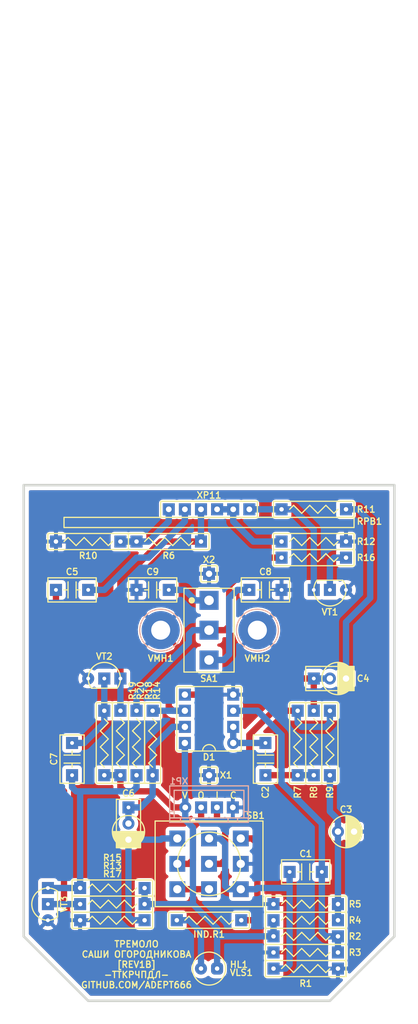
<source format=kicad_pcb>
(kicad_pcb (version 20171130) (host pcbnew 5.1.12-84ad8e8a86~92~ubuntu20.04.1)
  (title_block (title ТКП-1.25.B-1) (date 2024-12-14) (rev 1B) (company "Тремоло Саши Огородникова [REV1B]") (comment 1 http://github.com/Adept666) (comment 2 "Igor Ivanov (Игорь Иванов)") (comment 3 -ТТКРЧПДЛ-) (comment 4 "This project is licensed under GNU General Public License v3.0 or later"))
  (layers (0 F.Cu jumper) (31 B.Cu signal) (36 B.SilkS user) (37 F.SilkS user) (38 B.Mask user) (39 F.Mask user) (44 Edge.Cuts user))
  (net 0 "")
  (net 1 COM)
  (net 2 "Net-(HL1-PadC)")
  (net 3 /LED)
  (net 4 V)
  (net 5 /IN-CIR)
  (net 6 /IN-CON)
  (net 7 "Net-(SB1-PadNC1)")
  (net 8 /OUT-CIR)
  (net 9 /OUT-CON)
  (net 10 "Net-(C8-Pad1)")
  (net 11 "Net-(C9-Pad1)")
  (net 12 "Net-(C1-Pad2)")
  (net 13 "Net-(D1-Pad5)")
  (net 14 "Net-(C3-Pad+)")
  (net 15 "Net-(C4-Pad+)")
  (net 16 "Net-(C7-Pad1)")
  (net 17 "Net-(R12-Pad2)")
  (net 18 "Net-(C2-Pad1)")
  (net 19 "Net-(C2-Pad2)")
  (net 20 "Net-(C4-Pad-)")
  (net 21 "Net-(C5-Pad1)")
  (net 22 "Net-(C5-Pad2)")
  (net 23 "Net-(C6-Pad+)")
  (net 24 "Net-(C7-Pad2)")
  (net 25 "Net-(R10-Pad2)")
  (net 26 "Net-(R20-Pad1)")
  (net 27 "Net-(R11-Pad1)")
  (net 28 "Net-(R16-Pad1)")
  (net 29 "Net-(R16-Pad2)")
  (module KCL-TH-ML:CON-PAD-S-1.0-1.9 (layer F.Cu) (at 105.41 138.43)
    (fp_text reference X2 (at 0 -2.2225) (layer F.SilkS) (effects (font (thickness 0.2))))
    (fp_text value COM)
    (pad 1 thru_hole rect (at 0 0) (size 1.9 1.9) (drill 1) (layers *.Cu *.Mask) (net 1 COM))
  )
  (module KCL-TH-ML:CON-PAD-S-1.0-1.9 (layer F.Cu) (at 105.41 170.18)
    (fp_text reference X1 (at 1.5875 0) (layer F.SilkS) (effects (font (thickness 0.2)) (justify left)))
    (fp_text value COM)
    (pad 1 thru_hole rect (at 0 0) (size 1.9 1.9) (drill 1) (layers *.Cu *.Mask) (net 1 COM))
  )
  (module KCL-TH-ML:SW-MTS-102-A2-3.0-PNL-6.0 (layer F.Cu) (at 105.41 147.32)
    (fp_text reference SA1 (at 0 7.62) (layer F.SilkS) (effects (font (thickness 0.2))))
    (fp_text value MTS-102-A2)
    (pad NC thru_hole rect (at 0 -4.7) (size 3 3) (drill 1.5) (layers *.Cu *.Mask) (net 11 "Net-(C9-Pad1)"))
    (pad COM thru_hole rect (at 0 0) (size 3 3) (drill 1.5) (layers *.Cu *.Mask) (net 29 "Net-(R16-Pad2)"))
    (pad NO thru_hole rect (at 0 4.7) (size 3 3) (drill 1.5) (layers *.Cu *.Mask) (net 10 "Net-(C8-Pad1)"))
  )
  (module KCL-TH-ML:VMH-STA-DA5-PNL-3.0 (layer F.Cu) (at 113.03 147.32)
    (fp_text reference VMH2 (at 0 4.445) (layer F.SilkS) (effects (font (thickness 0.2))))
    (fp_text value DI5M3x18)
    (pad 0 thru_hole circle (at 0 0) (size 6 6) (drill 3) (layers *.Cu *.Mask) (net 1 COM))
  )
  (module KCL-TH-ML:VMH-STA-DA5-PNL-3.0 (layer F.Cu) (at 97.79 147.32)
    (fp_text reference VMH1 (at 0 4.445) (layer F.SilkS) (effects (font (thickness 0.2))))
    (fp_text value DI5M3x18)
    (pad 0 thru_hole circle (at 0 0) (size 6 6) (drill 3) (layers *.Cu *.Mask) (net 1 COM))
  )
  (module KCL-TH-ML:LED-ROUND-05.0-UNI-SH-SPACER-PNL-5.3 (layer F.Cu) (at 105.41 200.66)
    (fp_text reference HL1 (at 3.175 -0.635) (layer F.SilkS) (effects (font (thickness 0.2)) (justify left)))
    (fp_text value FYL-5013URC)
    (pad C thru_hole circle (at -1.27 0) (size 1.9 1.9) (drill 0.7) (layers *.Cu *.Mask) (net 2 "Net-(HL1-PadC)"))
    (pad A thru_hole roundrect (at 1.27 0) (size 1.9 1.9) (drill 0.7) (layers *.Cu *.Mask) (roundrect_rratio 0.3) (net 4 V))
  )
  (module KCL-VIRTUAL:VLS-BR (layer F.Cu) (at 105.41 200.66)
    (fp_text reference VLS1 (at 3.175 0.635) (layer F.SilkS) (effects (font (thickness 0.2)) (justify left)))
    (fp_text value BR-12.7)
  )
  (module SBEL:1590N1_A1 (layer F.Cu) (at 105.41 148.59)
    (fp_text reference VE1 hide)
    (fp_text value 1590N1 hide)
  )
  (module KCL-TH-ML:SW-PBS-24-302SP-2.5-PNL-13.0 (layer F.Cu) (at 105.41 184.15)
    (fp_text reference SB1 (at 8.89 -7.62) (layer F.SilkS) (effects (font (thickness 0.2)) (justify right)))
    (fp_text value PBS-24-302SP)
    (pad COM3 thru_hole rect (at 5 0) (size 2.5 2.5) (drill 1.3) (layers *.Cu *.Mask) (net 1 COM))
    (pad NC3 thru_hole rect (at 5 4) (size 2.5 2.5) (drill 1.3) (layers *.Cu *.Mask) (net 5 /IN-CIR))
    (pad NO3 thru_hole rect (at 5 -4) (size 2.5 2.5) (drill 1.3) (layers *.Cu *.Mask) (net 3 /LED))
    (pad COM2 thru_hole rect (at 0 0) (size 2.5 2.5) (drill 1.3) (layers *.Cu *.Mask) (net 6 /IN-CON))
    (pad NC2 thru_hole rect (at 0 4) (size 2.5 2.5) (drill 1.3) (layers *.Cu *.Mask) (net 7 "Net-(SB1-PadNC1)"))
    (pad NO2 thru_hole rect (at 0 -4) (size 2.5 2.5) (drill 1.3) (layers *.Cu *.Mask) (net 5 /IN-CIR))
    (pad NO1 thru_hole rect (at -5 -4) (size 2.5 2.5) (drill 1.3) (layers *.Cu *.Mask) (net 8 /OUT-CIR))
    (pad COM1 thru_hole rect (at -5 0) (size 2.5 2.5) (drill 1.3) (layers *.Cu *.Mask) (net 9 /OUT-CON))
    (pad NC1 thru_hole rect (at -5 4) (size 2.5 2.5) (drill 1.3) (layers *.Cu *.Mask) (net 7 "Net-(SB1-PadNC1)"))
  )
  (module KCL-TH-ML:R-MFR-25 (layer F.Cu) (at 121.92 128.27)
    (fp_text reference R11 (at 6.6675 0) (layer F.SilkS) (effects (font (thickness 0.2)) (justify left)))
    (fp_text value 103)
    (pad 2 thru_hole rect (at 5.08 0) (size 1.9 1.9) (drill 0.7) (layers *.Cu *.Mask) (net 20 "Net-(C4-Pad-)"))
    (pad 1 thru_hole rect (at -5.08 0) (size 1.9 1.9) (drill 0.7) (layers *.Cu *.Mask) (net 27 "Net-(R11-Pad1)"))
  )
  (module SBKCL-TH-ML:C-DISK-D04.2-T03.0-P05.08-d0.5-OR-CP-RADIAL-D05.0-P02.0-CLS (layer F.Cu) (at 124.46 154.94)
    (fp_text reference C4 (at 4.1275 0) (layer F.SilkS) (effects (font (thickness 0.2)) (justify left)))
    (fp_text value 475)
    (pad - thru_hole rect (at 2.54 0) (size 1.9 1.9) (drill 1) (layers *.Cu *.Mask) (net 20 "Net-(C4-Pad-)"))
    (pad + thru_hole circle (at 0 0) (size 1.9 1.9) (drill 1) (layers *.Cu *.Mask) (net 15 "Net-(C4-Pad+)"))
    (pad + thru_hole rect (at -2.54 0) (size 1.9 1.9) (drill 0.6) (layers *.Cu *.Mask) (net 15 "Net-(C4-Pad+)"))
  )
  (module KCL-TH-ML:R-MFR-25 (layer F.Cu) (at 120.65 200.66 180)
    (fp_text reference R1 (at 0 -2.3495) (layer F.SilkS) (effects (font (thickness 0.2))))
    (fp_text value 225)
    (pad 1 thru_hole rect (at -5.08 0 180) (size 1.9 1.9) (drill 0.7) (layers *.Cu *.Mask) (net 1 COM))
    (pad 2 thru_hole rect (at 5.08 0 180) (size 1.9 1.9) (drill 0.7) (layers *.Cu *.Mask) (net 5 /IN-CIR))
  )
  (module SBKCL-VIRTUAL:XB-1590N1 (layer F.Cu) (at 105.41 90.17)
    (fp_text reference XB1 hide)
    (fp_text value "1590N1 Connector Board" hide)
  )
  (module KCL-TH-ML:CON-XH-B4B-A (layer B.Cu) (at 105.41 175.26)
    (fp_text reference XP1 (at -6.35 -4.1275) (layer B.SilkS) (effects (font (thickness 0.2)) (justify right mirror)))
    (fp_text value B4B-XH-A)
    (pad 1 thru_hole circle (at -3.75 0) (size 1.9 1.9) (drill 0.9) (layers *.Cu *.Mask) (net 4 V))
    (pad 2 thru_hole rect (at -1.25 0) (size 1.9 1.9) (drill 0.9) (layers *.Cu *.Mask) (net 9 /OUT-CON))
    (pad 3 thru_hole rect (at 1.25 0) (size 1.9 1.9) (drill 0.9) (layers *.Cu *.Mask) (net 6 /IN-CON))
    (pad 4 thru_hole rect (at 3.75 0) (size 1.9 1.9) (drill 0.9) (layers *.Cu *.Mask) (net 1 COM))
  )
  (module SBKCL-TH-ML:C-DISK-D04.2-T03.0-P05.08-d0.5-OR-CP-RADIAL-D05.0-P02.0-CLS (layer F.Cu) (at 92.71 177.8 270)
    (fp_text reference C6 (at -4.7625 0) (layer F.SilkS) (effects (font (thickness 0.2))))
    (fp_text value 105)
    (pad + thru_hole rect (at -2.54 0 270) (size 1.9 1.9) (drill 0.6) (layers *.Cu *.Mask) (net 23 "Net-(C6-Pad+)"))
    (pad + thru_hole circle (at 0 0 270) (size 1.9 1.9) (drill 1) (layers *.Cu *.Mask) (net 23 "Net-(C6-Pad+)"))
    (pad - thru_hole rect (at 2.54 0 270) (size 1.9 1.9) (drill 1) (layers *.Cu *.Mask) (net 8 /OUT-CIR))
  )
  (module SBKCL-TH-ML:RPB-1590N1-18-2x17-1.6-PNL-7.4-2.8 (layer F.Cu) (at 105.41 117.04)
    (fp_text reference RPB1 (at 23.1775 13.135) (layer F.SilkS) (effects (font (thickness 0.2)) (justify left)))
    (fp_text value A100K-A100K)
    (fp_text user XP11 (at 0 9.0075) (layer F.SilkS) (effects (font (thickness 0.2))))
    (pad 23 thru_hole rect (at 1.27 11.23) (size 1.9 1.9) (drill 0.9) (layers *.Cu *.Mask) (net 17 "Net-(R12-Pad2)"))
    (pad 13 thru_hole rect (at -6.35 11.23) (size 1.9 1.9) (drill 0.9) (layers *.Cu *.Mask) (net 25 "Net-(R10-Pad2)"))
    (pad 11 thru_hole rect (at -1.27 11.23) (size 1.9 1.9) (drill 0.9) (layers *.Cu *.Mask) (net 26 "Net-(R20-Pad1)"))
    (pad 12 thru_hole rect (at -3.81 11.23) (size 1.9 1.9) (drill 0.9) (layers *.Cu *.Mask) (net 21 "Net-(C5-Pad1)"))
    (pad 22 thru_hole rect (at 3.81 11.23) (size 1.9 1.9) (drill 0.9) (layers *.Cu *.Mask) (net 17 "Net-(R12-Pad2)"))
    (pad 21 thru_hole rect (at 6.35 11.23) (size 1.9 1.9) (drill 0.9) (layers *.Cu *.Mask) (net 27 "Net-(R11-Pad1)"))
  )
  (module KCL-TH-ML:P-TO-92-E-B-C (layer F.Cu) (at 80.01 190.5 90)
    (fp_text reference VT3 (at 0 2.54 90) (layer F.SilkS) (effects (font (thickness 0.2))))
    (fp_text value 5088)
    (pad E thru_hole circle (at -2.54 0 90) (size 1.9 1.9) (drill 0.6) (layers *.Cu *.Mask) (net 1 COM))
    (pad B thru_hole rect (at 0 0 90) (size 1.9 1.9) (drill 0.6) (layers *.Cu *.Mask) (net 22 "Net-(C5-Pad2)"))
    (pad C thru_hole rect (at 2.54 0 90) (size 1.9 1.9) (drill 0.6) (layers *.Cu *.Mask) (net 16 "Net-(C7-Pad1)"))
  )
  (module KCL-TH-ML:P-TO-92-E-B-C (layer F.Cu) (at 88.9 154.94)
    (fp_text reference VT2 (at 0 -3.4925) (layer F.SilkS) (effects (font (thickness 0.2))))
    (fp_text value 5088)
    (pad E thru_hole circle (at -2.54 0) (size 1.9 1.9) (drill 0.6) (layers *.Cu *.Mask) (net 1 COM))
    (pad B thru_hole rect (at 0 0) (size 1.9 1.9) (drill 0.6) (layers *.Cu *.Mask) (net 24 "Net-(C7-Pad2)"))
    (pad C thru_hole rect (at 2.54 0) (size 1.9 1.9) (drill 0.6) (layers *.Cu *.Mask) (net 26 "Net-(R20-Pad1)"))
  )
  (module KCL-TH-ML:P-TO-92-E-B-C (layer F.Cu) (at 124.46 140.97 180)
    (fp_text reference VT1 (at 0 -3.4925) (layer F.SilkS) (effects (font (thickness 0.2))))
    (fp_text value 5088)
    (pad E thru_hole circle (at -2.54 0 180) (size 1.9 1.9) (drill 0.6) (layers *.Cu *.Mask) (net 1 COM))
    (pad B thru_hole rect (at 0 0 180) (size 1.9 1.9) (drill 0.6) (layers *.Cu *.Mask) (net 28 "Net-(R16-Pad1)"))
    (pad C thru_hole rect (at 2.54 0 180) (size 1.9 1.9) (drill 0.6) (layers *.Cu *.Mask) (net 27 "Net-(R11-Pad1)"))
  )
  (module KCL-TH-ML:R-MFR-25 (layer F.Cu) (at 119.38 165.1 90)
    (fp_text reference R7 (at -6.6675 0 90) (layer F.SilkS) (effects (font (thickness 0.2)) (justify right)))
    (fp_text value 473)
    (pad 2 thru_hole rect (at 5.08 0 90) (size 1.9 1.9) (drill 0.7) (layers *.Cu *.Mask) (net 13 "Net-(D1-Pad5)"))
    (pad 1 thru_hole rect (at -5.08 0 90) (size 1.9 1.9) (drill 0.7) (layers *.Cu *.Mask) (net 19 "Net-(C2-Pad2)"))
  )
  (module KCL-TH-ML:R-MFR-25 (layer F.Cu) (at 90.17 193.04)
    (fp_text reference R17 (at 0 -7.3025) (layer F.SilkS) (effects (font (thickness 0.2))))
    (fp_text value 473)
    (pad 1 thru_hole rect (at -5.08 0) (size 1.9 1.9) (drill 0.7) (layers *.Cu *.Mask) (net 1 COM))
    (pad 2 thru_hole rect (at 5.08 0) (size 1.9 1.9) (drill 0.7) (layers *.Cu *.Mask) (net 8 /OUT-CIR))
  )
  (module KCL-TH-ML:R-MFR-25 (layer F.Cu) (at 120.65 190.5)
    (fp_text reference R5 (at 6.6675 0) (layer F.SilkS) (effects (font (thickness 0.2)) (justify left)))
    (fp_text value 303)
    (pad 1 thru_hole rect (at -5.08 0) (size 1.9 1.9) (drill 0.7) (layers *.Cu *.Mask) (net 1 COM))
    (pad 2 thru_hole rect (at 5.08 0) (size 1.9 1.9) (drill 0.7) (layers *.Cu *.Mask) (net 14 "Net-(C3-Pad+)"))
  )
  (module KCL-TH-ML:R-MFR-25 (layer F.Cu) (at 120.65 193.04 180)
    (fp_text reference R4 (at -6.6675 0) (layer F.SilkS) (effects (font (thickness 0.2)) (justify left)))
    (fp_text value 273)
    (pad 1 thru_hole rect (at -5.08 0 180) (size 1.9 1.9) (drill 0.7) (layers *.Cu *.Mask) (net 14 "Net-(C3-Pad+)"))
    (pad 2 thru_hole rect (at 5.08 0 180) (size 1.9 1.9) (drill 0.7) (layers *.Cu *.Mask) (net 4 V))
  )
  (module KCL-TH-ML:R-MFR-25 (layer F.Cu) (at 124.46 165.1 90)
    (fp_text reference R9 (at -6.6675 0 90) (layer F.SilkS) (effects (font (thickness 0.2)) (justify right)))
    (fp_text value 393)
    (pad 1 thru_hole rect (at -5.08 0 90) (size 1.9 1.9) (drill 0.7) (layers *.Cu *.Mask) (net 14 "Net-(C3-Pad+)"))
    (pad 2 thru_hole rect (at 5.08 0 90) (size 1.9 1.9) (drill 0.7) (layers *.Cu *.Mask) (net 13 "Net-(D1-Pad5)"))
  )
  (module KCL-TH-ML:R-MFR-25 (layer F.Cu) (at 121.92 165.1 90)
    (fp_text reference R8 (at -6.6675 0 90) (layer F.SilkS) (effects (font (thickness 0.2)) (justify right)))
    (fp_text value 303)
    (pad 2 thru_hole rect (at 5.08 0 90) (size 1.9 1.9) (drill 0.7) (layers *.Cu *.Mask) (net 15 "Net-(C4-Pad+)"))
    (pad 1 thru_hole rect (at -5.08 0 90) (size 1.9 1.9) (drill 0.7) (layers *.Cu *.Mask) (net 19 "Net-(C2-Pad2)"))
  )
  (module KCL-TH-ML:CP-RADIAL-D05.0-P02.0-CLS (layer F.Cu) (at 127 179.07)
    (fp_text reference C3 (at 0 -3.4925) (layer F.SilkS) (effects (font (thickness 0.2))))
    (fp_text value 226)
    (pad + thru_hole circle (at -1.27 0) (size 1.9 1.9) (drill 1) (layers *.Cu *.Mask) (net 14 "Net-(C3-Pad+)"))
    (pad - thru_hole roundrect (at 1.27 0) (size 1.9 1.9) (drill 1) (layers *.Cu *.Mask) (roundrect_rratio 0.3) (net 1 COM))
  )
  (module KCL-TH-ML:R-MFR-25 (layer F.Cu) (at 99.06 133.35)
    (fp_text reference R6 (at 0 2.2225) (layer F.SilkS) (effects (font (thickness 0.2))))
    (fp_text value 683)
    (pad 2 thru_hole rect (at 5.08 0) (size 1.9 1.9) (drill 0.7) (layers *.Cu *.Mask) (net 26 "Net-(R20-Pad1)"))
    (pad 1 thru_hole rect (at -5.08 0) (size 1.9 1.9) (drill 0.7) (layers *.Cu *.Mask) (net 25 "Net-(R10-Pad2)"))
  )
  (module KCL-TH-ML:R-MFR-25 (layer F.Cu) (at 86.36 133.35)
    (fp_text reference R10 (at 0 2.2225) (layer F.SilkS) (effects (font (thickness 0.2))))
    (fp_text value 112)
    (pad 1 thru_hole rect (at -5.08 0) (size 1.9 1.9) (drill 0.7) (layers *.Cu *.Mask) (net 1 COM))
    (pad 2 thru_hole rect (at 5.08 0) (size 1.9 1.9) (drill 0.7) (layers *.Cu *.Mask) (net 25 "Net-(R10-Pad2)"))
  )
  (module KCL-TH-ML:R-MFR-25 (layer F.Cu) (at 121.92 133.35 180)
    (fp_text reference R12 (at -6.6675 0) (layer F.SilkS) (effects (font (thickness 0.2)) (justify left)))
    (fp_text value 103)
    (pad 1 thru_hole rect (at -5.08 0 180) (size 1.9 1.9) (drill 0.7) (layers *.Cu *.Mask) (net 1 COM))
    (pad 2 thru_hole rect (at 5.08 0 180) (size 1.9 1.9) (drill 0.7) (layers *.Cu *.Mask) (net 17 "Net-(R12-Pad2)"))
  )
  (module KCL-TH-ML:R-MFR-25 (layer F.Cu) (at 120.65 195.58 180)
    (fp_text reference R2 (at -6.6675 0) (layer F.SilkS) (effects (font (thickness 0.2)) (justify left)))
    (fp_text value 105)
    (pad 1 thru_hole rect (at -5.08 0 180) (size 1.9 1.9) (drill 0.7) (layers *.Cu *.Mask) (net 12 "Net-(C1-Pad2)"))
    (pad 2 thru_hole rect (at 5.08 0 180) (size 1.9 1.9) (drill 0.7) (layers *.Cu *.Mask) (net 4 V))
  )
  (module KCL-TH-ML:R-MFR-25 (layer F.Cu) (at 120.65 198.12)
    (fp_text reference R3 (at 6.6675 0) (layer F.SilkS) (effects (font (thickness 0.2)) (justify left)))
    (fp_text value 105)
    (pad 1 thru_hole rect (at -5.08 0) (size 1.9 1.9) (drill 0.7) (layers *.Cu *.Mask) (net 1 COM))
    (pad 2 thru_hole rect (at 5.08 0) (size 1.9 1.9) (drill 0.7) (layers *.Cu *.Mask) (net 12 "Net-(C1-Pad2)"))
  )
  (module KCL-TH-ML:P-DIP-08 (layer F.Cu) (at 105.41 161.29 180)
    (fp_text reference D1 (at 0 -6.0325) (layer F.SilkS) (effects (font (thickness 0.2))))
    (fp_text value 4558)
    (pad 8 thru_hole rect (at 3.81 -3.81 180) (size 1.9 1.9) (drill 1) (layers *.Cu *.Mask) (net 4 V))
    (pad 7 thru_hole rect (at 3.81 -1.27 180) (size 1.9 1.9) (drill 1) (layers *.Cu *.Mask) (net 23 "Net-(C6-Pad+)"))
    (pad 6 thru_hole rect (at 3.81 1.27 180) (size 1.9 1.9) (drill 1) (layers *.Cu *.Mask) (net 15 "Net-(C4-Pad+)"))
    (pad 5 thru_hole rect (at 3.81 3.81 180) (size 1.9 1.9) (drill 1) (layers *.Cu *.Mask) (net 13 "Net-(D1-Pad5)"))
    (pad 4 thru_hole rect (at -3.81 3.81 180) (size 1.9 1.9) (drill 1) (layers *.Cu *.Mask) (net 1 COM))
    (pad 3 thru_hole rect (at -3.81 1.27 180) (size 1.9 1.9) (drill 1) (layers *.Cu *.Mask) (net 12 "Net-(C1-Pad2)"))
    (pad 2 thru_hole rect (at -3.81 -1.27 180) (size 1.9 1.9) (drill 1) (layers *.Cu *.Mask) (net 18 "Net-(C2-Pad1)"))
    (pad 1 thru_hole circle (at -3.81 -3.81 180) (size 1.9 1.9) (drill 1) (layers *.Cu *.Mask) (net 18 "Net-(C2-Pad1)"))
  )
  (module KCL-TH-ML:C-DISK-D04.2-T03.0-P05.08-d0.5 (layer F.Cu) (at 114.3 167.64 270)
    (fp_text reference C2 (at 4.1275 0 90) (layer F.SilkS) (effects (font (thickness 0.2)) (justify right)))
    (fp_text value 104)
    (pad 2 thru_hole rect (at 2.54 0 270) (size 1.9 1.9) (drill 0.6) (layers *.Cu *.Mask) (net 19 "Net-(C2-Pad2)"))
    (pad 1 thru_hole rect (at -2.54 0 270) (size 1.9 1.9) (drill 0.6) (layers *.Cu *.Mask) (net 18 "Net-(C2-Pad1)"))
  )
  (module KCL-TH-ML:C-DISK-D04.2-T03.0-P05.08-d0.5 (layer F.Cu) (at 120.65 185.42)
    (fp_text reference C1 (at 0 -2.8575) (layer F.SilkS) (effects (font (thickness 0.2))))
    (fp_text value 104)
    (pad 1 thru_hole rect (at -2.54 0) (size 1.9 1.9) (drill 0.6) (layers *.Cu *.Mask) (net 5 /IN-CIR))
    (pad 2 thru_hole rect (at 2.54 0) (size 1.9 1.9) (drill 0.6) (layers *.Cu *.Mask) (net 12 "Net-(C1-Pad2)"))
  )
  (module KCL-TH-ML:R-MFR-25 (layer F.Cu) (at 121.92 135.89 180)
    (fp_text reference R16 (at -6.6675 0) (layer F.SilkS) (effects (font (thickness 0.2)) (justify left)))
    (fp_text value 204)
    (pad 1 thru_hole rect (at -5.08 0 180) (size 1.9 1.9) (drill 0.7) (layers *.Cu *.Mask) (net 28 "Net-(R16-Pad1)"))
    (pad 2 thru_hole rect (at 5.08 0 180) (size 1.9 1.9) (drill 0.7) (layers *.Cu *.Mask) (net 29 "Net-(R16-Pad2)"))
  )
  (module KCL-TH-ML:C-DISK-D04.2-T03.0-P05.08-d0.5 (layer F.Cu) (at 114.3 140.97)
    (fp_text reference C8 (at 0 -2.8575) (layer F.SilkS) (effects (font (thickness 0.2))))
    (fp_text value 224)
    (pad 2 thru_hole rect (at 2.54 0) (size 1.9 1.9) (drill 0.6) (layers *.Cu *.Mask) (net 1 COM))
    (pad 1 thru_hole rect (at -2.54 0) (size 1.9 1.9) (drill 0.6) (layers *.Cu *.Mask) (net 10 "Net-(C8-Pad1)"))
  )
  (module KCL-TH-ML:C-DISK-D04.2-T03.0-P05.08-d0.5 (layer F.Cu) (at 96.52 140.97 180)
    (fp_text reference C9 (at 0 2.8575) (layer F.SilkS) (effects (font (thickness 0.2))))
    (fp_text value 223)
    (pad 2 thru_hole rect (at 2.54 0 180) (size 1.9 1.9) (drill 0.6) (layers *.Cu *.Mask) (net 1 COM))
    (pad 1 thru_hole rect (at -2.54 0 180) (size 1.9 1.9) (drill 0.6) (layers *.Cu *.Mask) (net 11 "Net-(C9-Pad1)"))
  )
  (module KCL-TH-ML:R-MFR-25 (layer F.Cu) (at 90.17 190.5)
    (fp_text reference R13 (at 0 -6.0325) (layer F.SilkS) (effects (font (thickness 0.2))))
    (fp_text value 225)
    (pad 2 thru_hole rect (at 5.08 0) (size 1.9 1.9) (drill 0.7) (layers *.Cu *.Mask) (net 4 V))
    (pad 1 thru_hole rect (at -5.08 0) (size 1.9 1.9) (drill 0.7) (layers *.Cu *.Mask) (net 22 "Net-(C5-Pad2)"))
  )
  (module KCL-TH-ML:R-MFR-25 (layer F.Cu) (at 90.17 187.96)
    (fp_text reference R15 (at 0 -4.7625) (layer F.SilkS) (effects (font (thickness 0.2))))
    (fp_text value 473)
    (pad 2 thru_hole rect (at 5.08 0) (size 1.9 1.9) (drill 0.7) (layers *.Cu *.Mask) (net 4 V))
    (pad 1 thru_hole rect (at -5.08 0) (size 1.9 1.9) (drill 0.7) (layers *.Cu *.Mask) (net 16 "Net-(C7-Pad1)"))
  )
  (module KCL-TH-ML:R-MFR-25 (layer F.Cu) (at 91.44 165.1 270)
    (fp_text reference R20 (at -6.6675 -3.175 90) (layer F.SilkS) (effects (font (thickness 0.2)) (justify left)))
    (fp_text value 473)
    (pad 1 thru_hole rect (at -5.08 0 270) (size 1.9 1.9) (drill 0.7) (layers *.Cu *.Mask) (net 26 "Net-(R20-Pad1)"))
    (pad 2 thru_hole rect (at 5.08 0 270) (size 1.9 1.9) (drill 0.7) (layers *.Cu *.Mask) (net 4 V))
  )
  (module KCL-TH-ML:R-MFR-25 (layer F.Cu) (at 88.9 165.1 270)
    (fp_text reference R19 (at -6.6675 -4.445 90) (layer F.SilkS) (effects (font (thickness 0.2)) (justify left)))
    (fp_text value 334)
    (pad 1 thru_hole rect (at -5.08 0 270) (size 1.9 1.9) (drill 0.7) (layers *.Cu *.Mask) (net 24 "Net-(C7-Pad2)"))
    (pad 2 thru_hole rect (at 5.08 0 270) (size 1.9 1.9) (drill 0.7) (layers *.Cu *.Mask) (net 4 V))
  )
  (module KCL-TH-ML:R-MFR-25 (layer F.Cu) (at 93.98 165.1 90)
    (fp_text reference R18 (at 6.6675 1.905 90) (layer F.SilkS) (effects (font (thickness 0.2)) (justify left)))
    (fp_text value 204)
    (pad 2 thru_hole rect (at 5.08 0 90) (size 1.9 1.9) (drill 0.7) (layers *.Cu *.Mask) (net 29 "Net-(R16-Pad2)"))
    (pad 1 thru_hole rect (at -5.08 0 90) (size 1.9 1.9) (drill 0.7) (layers *.Cu *.Mask) (net 16 "Net-(C7-Pad1)"))
  )
  (module KCL-TH-ML:C-DISK-D04.2-T03.0-P05.08-d0.5 (layer F.Cu) (at 83.82 140.97 180)
    (fp_text reference C5 (at 0 2.8575) (layer F.SilkS) (effects (font (thickness 0.2))))
    (fp_text value 474)
    (pad 2 thru_hole rect (at 2.54 0 180) (size 1.9 1.9) (drill 0.6) (layers *.Cu *.Mask) (net 22 "Net-(C5-Pad2)"))
    (pad 1 thru_hole rect (at -2.54 0 180) (size 1.9 1.9) (drill 0.6) (layers *.Cu *.Mask) (net 21 "Net-(C5-Pad1)"))
  )
  (module KCL-TH-ML:C-DISK-D04.2-T03.0-P05.08-d0.5 (layer F.Cu) (at 83.82 167.64 90)
    (fp_text reference C7 (at 0 -2.8575 90) (layer F.SilkS) (effects (font (thickness 0.2))))
    (fp_text value 474)
    (pad 1 thru_hole rect (at -2.54 0 90) (size 1.9 1.9) (drill 0.6) (layers *.Cu *.Mask) (net 16 "Net-(C7-Pad1)"))
    (pad 2 thru_hole rect (at 2.54 0 90) (size 1.9 1.9) (drill 0.6) (layers *.Cu *.Mask) (net 24 "Net-(C7-Pad2)"))
  )
  (module KCL-TH-ML:R-MFR-25 (layer F.Cu) (at 105.41 193.04 180)
    (fp_text reference IND.R1 (at 0 -2.2225) (layer F.SilkS) (effects (font (thickness 0.2))))
    (fp_text value 472)
    (pad 2 thru_hole rect (at 5.08 0 180) (size 1.9 1.9) (drill 0.7) (layers *.Cu *.Mask) (net 2 "Net-(HL1-PadC)"))
    (pad 1 thru_hole rect (at -5.08 0 180) (size 1.9 1.9) (drill 0.7) (layers *.Cu *.Mask) (net 3 /LED))
  )
  (module KCL-TH-ML:R-MFR-25 (layer F.Cu) (at 96.52 165.1 270)
    (fp_text reference R14 (at -6.6675 -0.635 90) (layer F.SilkS) (effects (font (thickness 0.2)) (justify left)))
    (fp_text value 333)
    (pad 2 thru_hole rect (at 5.08 0 270) (size 1.9 1.9) (drill 0.7) (layers *.Cu *.Mask) (net 23 "Net-(C6-Pad+)"))
    (pad 1 thru_hole rect (at -5.08 0 270) (size 1.9 1.9) (drill 0.7) (layers *.Cu *.Mask) (net 15 "Net-(C4-Pad+)"))
  )
  (gr_text C (at 109.22 173.355) (layer F.SilkS) (effects (font (size 1 1) (thickness 0.2))))
  (gr_text I (at 106.68 173.355) (layer F.SilkS) (effects (font (size 1 1) (thickness 0.2))))
  (gr_text O (at 104.14 173.355) (layer F.SilkS) (effects (font (size 1 1) (thickness 0.2))))
  (gr_text V (at 101.6 173.355) (layer F.SilkS) (effects (font (size 1 1) (thickness 0.2))))
  (gr_text "ТРЕМОЛО\nСАШИ ОГОРОДНИКОВА\n[REV1B]\n-ТТКРЧПДЛ-\nGITHUB.COM/ADEPT666" (at 93.98 200.025) (layer F.SilkS) (effects (font (size 1 1) (thickness 0.2))))
  (gr_line (start 124.46 205.74) (end 134.62 195.58) (layer Edge.Cuts) (width 0.4))
  (gr_line (start 76.2 195.58) (end 86.36 205.74) (layer Edge.Cuts) (width 0.4))
  (gr_line (start 76.2 124.46) (end 134.62 124.46) (layer Edge.Cuts) (width 0.4))
  (gr_line (start 134.62 124.46) (end 134.62 195.58) (layer Edge.Cuts) (width 0.4))
  (gr_line (start 76.2 124.46) (end 76.2 195.58) (layer Edge.Cuts) (width 0.4))
  (gr_line (start 86.36 205.74) (end 124.46 205.74) (layer Edge.Cuts) (width 0.4))
  (segment (start 100.33 193.04) (end 102.235 193.04) (width 1) (layer B.Cu) (net 2))
  (segment (start 102.235 193.04) (end 104.14 194.945) (width 1) (layer B.Cu) (net 2))
  (segment (start 104.14 194.945) (end 104.14 200.66) (width 1) (layer B.Cu) (net 2))
  (segment (start 110.41 180.15) (end 112.205 180.15) (width 1) (layer F.Cu) (net 3))
  (segment (start 112.205 180.15) (end 113.03 180.975) (width 1) (layer F.Cu) (net 3))
  (segment (start 113.03 180.975) (end 113.03 192.405) (width 1) (layer F.Cu) (net 3))
  (segment (start 112.395 193.04) (end 113.03 192.405) (width 1) (layer F.Cu) (net 3))
  (segment (start 110.49 193.04) (end 112.395 193.04) (width 1) (layer F.Cu) (net 3))
  (segment (start 88.9 170.18) (end 91.44 170.18) (width 1) (layer B.Cu) (net 4))
  (segment (start 101.6 173.355) (end 101.6 165.1) (width 1) (layer B.Cu) (net 4))
  (segment (start 101.66 173.415) (end 101.6 173.355) (width 1) (layer B.Cu) (net 4))
  (segment (start 101.66 175.26) (end 101.66 173.415) (width 1) (layer B.Cu) (net 4))
  (segment (start 91.44 172.085) (end 91.44 170.18) (width 1) (layer F.Cu) (net 4))
  (segment (start 92.075 172.72) (end 91.44 172.085) (width 1) (layer F.Cu) (net 4))
  (segment (start 97.155 172.72) (end 92.075 172.72) (width 1) (layer F.Cu) (net 4))
  (segment (start 99.695 175.26) (end 97.155 172.72) (width 1) (layer F.Cu) (net 4))
  (segment (start 101.66 175.26) (end 99.695 175.26) (width 1) (layer F.Cu) (net 4))
  (segment (start 95.25 187.96) (end 95.25 190.5) (width 1) (layer B.Cu) (net 4))
  (segment (start 95.25 190.5) (end 102.87 190.5) (width 1) (layer B.Cu) (net 4))
  (segment (start 101.66 175.26) (end 101.66 177.225) (width 1) (layer B.Cu) (net 4))
  (segment (start 101.66 177.225) (end 102.87 178.435) (width 1) (layer B.Cu) (net 4))
  (segment (start 102.87 178.435) (end 102.87 190.5) (width 1) (layer B.Cu) (net 4))
  (segment (start 102.87 190.5) (end 106.68 194.31) (width 1) (layer B.Cu) (net 4))
  (segment (start 106.68 194.31) (end 106.68 195.58) (width 1) (layer B.Cu) (net 4))
  (segment (start 106.68 195.58) (end 106.68 200.66) (width 1) (layer B.Cu) (net 4))
  (segment (start 115.57 193.04) (end 115.57 195.58) (width 1) (layer B.Cu) (net 4))
  (segment (start 106.68 195.58) (end 115.57 195.58) (width 1) (layer B.Cu) (net 4))
  (segment (start 112.84 188.15) (end 110.41 188.15) (width 1) (layer B.Cu) (net 5))
  (segment (start 118.11 187.96) (end 113.03 187.96) (width 1) (layer B.Cu) (net 5))
  (segment (start 113.03 187.96) (end 112.84 188.15) (width 1) (layer B.Cu) (net 5))
  (segment (start 118.11 185.42) (end 118.11 187.96) (width 1) (layer B.Cu) (net 5))
  (segment (start 107.125 180.15) (end 105.41 180.15) (width 1) (layer B.Cu) (net 5))
  (segment (start 107.95 180.975) (end 107.125 180.15) (width 1) (layer B.Cu) (net 5))
  (segment (start 107.95 187.6425) (end 107.95 180.975) (width 1) (layer B.Cu) (net 5))
  (segment (start 108.4575 188.15) (end 107.95 187.6425) (width 1) (layer B.Cu) (net 5))
  (segment (start 110.41 188.15) (end 108.4575 188.15) (width 1) (layer B.Cu) (net 5))
  (segment (start 117.475 200.66) (end 118.11 200.025) (width 1) (layer B.Cu) (net 5))
  (segment (start 118.11 187.96) (end 118.11 200.025) (width 1) (layer B.Cu) (net 5))
  (segment (start 117.475 200.66) (end 115.57 200.66) (width 1) (layer B.Cu) (net 5))
  (segment (start 105.41 184.15) (end 107.315 184.15) (width 1) (layer F.Cu) (net 6))
  (segment (start 107.315 184.15) (end 107.95 183.515) (width 1) (layer F.Cu) (net 6))
  (segment (start 107.95 183.515) (end 107.95 178.435) (width 1) (layer F.Cu) (net 6))
  (segment (start 106.66 177.145) (end 107.95 178.435) (width 1) (layer F.Cu) (net 6))
  (segment (start 106.66 175.26) (end 106.66 177.145) (width 1) (layer F.Cu) (net 6))
  (segment (start 100.41 188.15) (end 105.41 188.15) (width 1) (layer F.Cu) (net 7))
  (segment (start 97.98 180.15) (end 100.41 180.15) (width 1) (layer B.Cu) (net 8))
  (segment (start 97.79 180.34) (end 97.98 180.15) (width 1) (layer B.Cu) (net 8))
  (segment (start 92.71 180.34) (end 97.79 180.34) (width 1) (layer B.Cu) (net 8))
  (segment (start 92.71 192.405) (end 93.345 193.04) (width 1) (layer B.Cu) (net 8))
  (segment (start 93.345 193.04) (end 95.25 193.04) (width 1) (layer B.Cu) (net 8))
  (segment (start 92.71 180.34) (end 92.71 192.405) (width 1) (layer B.Cu) (net 8))
  (segment (start 102.235 184.15) (end 100.41 184.15) (width 1) (layer F.Cu) (net 9))
  (segment (start 102.235 184.15) (end 102.87 183.515) (width 1) (layer F.Cu) (net 9))
  (segment (start 102.87 183.515) (end 102.87 178.435) (width 1) (layer F.Cu) (net 9))
  (segment (start 104.16 177.145) (end 102.87 178.435) (width 1) (layer F.Cu) (net 9))
  (segment (start 104.16 175.26) (end 104.16 177.145) (width 1) (layer F.Cu) (net 9))
  (segment (start 105.41 152.02) (end 107.695 152.02) (width 1) (layer B.Cu) (net 10))
  (segment (start 107.695 152.02) (end 108.585 151.13) (width 1) (layer B.Cu) (net 10))
  (segment (start 109.855 140.97) (end 108.585 142.24) (width 1) (layer B.Cu) (net 10))
  (segment (start 111.76 140.97) (end 109.855 140.97) (width 1) (layer B.Cu) (net 10))
  (segment (start 108.585 142.24) (end 108.585 151.13) (width 1) (layer B.Cu) (net 10))
  (segment (start 101.6 140.97) (end 99.06 140.97) (width 1) (layer B.Cu) (net 11))
  (segment (start 103.25 142.62) (end 101.6 140.97) (width 1) (layer B.Cu) (net 11))
  (segment (start 105.41 142.62) (end 103.25 142.62) (width 1) (layer B.Cu) (net 11))
  (segment (start 123.19 177.8) (end 123.19 185.42) (width 1) (layer B.Cu) (net 12))
  (segment (start 116.84 171.45) (end 123.19 177.8) (width 1) (layer B.Cu) (net 12))
  (segment (start 116.84 163.83) (end 116.84 171.45) (width 1) (layer B.Cu) (net 12))
  (segment (start 113.03 160.02) (end 116.84 163.83) (width 1) (layer B.Cu) (net 12))
  (segment (start 109.22 160.02) (end 113.03 160.02) (width 1) (layer B.Cu) (net 12))
  (segment (start 125.73 195.58) (end 125.73 198.12) (width 1) (layer B.Cu) (net 12))
  (segment (start 123.19 185.42) (end 123.19 194.945) (width 1) (layer B.Cu) (net 12))
  (segment (start 123.19 194.945) (end 123.825 195.58) (width 1) (layer B.Cu) (net 12))
  (segment (start 123.825 195.58) (end 125.73 195.58) (width 1) (layer B.Cu) (net 12))
  (segment (start 119.38 161.925) (end 120.015 162.56) (width 1) (layer B.Cu) (net 13))
  (segment (start 119.38 160.02) (end 119.38 161.925) (width 1) (layer B.Cu) (net 13))
  (segment (start 123.825 162.56) (end 124.46 161.925) (width 1) (layer B.Cu) (net 13))
  (segment (start 120.015 162.56) (end 123.825 162.56) (width 1) (layer B.Cu) (net 13))
  (segment (start 124.46 161.925) (end 124.46 160.02) (width 1) (layer B.Cu) (net 13))
  (segment (start 115.57 160.02) (end 119.38 160.02) (width 1) (layer F.Cu) (net 13))
  (segment (start 111.76 163.83) (end 115.57 160.02) (width 1) (layer F.Cu) (net 13))
  (segment (start 111.76 166.37) (end 111.76 163.83) (width 1) (layer F.Cu) (net 13))
  (segment (start 110.49 167.64) (end 111.76 166.37) (width 1) (layer F.Cu) (net 13))
  (segment (start 107.95 167.64) (end 110.49 167.64) (width 1) (layer F.Cu) (net 13))
  (segment (start 106.68 166.37) (end 107.95 167.64) (width 1) (layer F.Cu) (net 13))
  (segment (start 106.68 160.655) (end 106.68 166.37) (width 1) (layer F.Cu) (net 13))
  (segment (start 103.505 157.48) (end 106.68 160.655) (width 1) (layer F.Cu) (net 13))
  (segment (start 101.6 157.48) (end 103.505 157.48) (width 1) (layer F.Cu) (net 13))
  (segment (start 125.73 177.165) (end 125.73 179.07) (width 1) (layer B.Cu) (net 14))
  (segment (start 124.46 175.895) (end 125.73 177.165) (width 1) (layer B.Cu) (net 14))
  (segment (start 124.46 170.18) (end 124.46 175.895) (width 1) (layer B.Cu) (net 14))
  (segment (start 125.73 179.07) (end 125.73 190.5) (width 1) (layer B.Cu) (net 14))
  (segment (start 125.73 190.5) (end 125.73 193.04) (width 1) (layer B.Cu) (net 14))
  (segment (start 121.92 154.94) (end 124.46 154.94) (width 1) (layer B.Cu) (net 15))
  (segment (start 96.52 160.02) (end 101.6 160.02) (width 1) (layer B.Cu) (net 15))
  (segment (start 99.06 156.21) (end 100.33 154.94) (width 1) (layer F.Cu) (net 15))
  (segment (start 99.06 159.385) (end 99.06 156.21) (width 1) (layer F.Cu) (net 15))
  (segment (start 99.695 160.02) (end 99.06 159.385) (width 1) (layer F.Cu) (net 15))
  (segment (start 100.33 154.94) (end 121.92 154.94) (width 1) (layer F.Cu) (net 15))
  (segment (start 101.6 160.02) (end 99.695 160.02) (width 1) (layer F.Cu) (net 15))
  (segment (start 121.92 154.94) (end 121.92 160.02) (width 1) (layer F.Cu) (net 15))
  (segment (start 93.98 172.085) (end 93.98 170.18) (width 1) (layer B.Cu) (net 16))
  (segment (start 93.345 172.72) (end 93.98 172.085) (width 1) (layer B.Cu) (net 16))
  (segment (start 85.09 172.72) (end 93.345 172.72) (width 1) (layer B.Cu) (net 16))
  (segment (start 83.82 170.18) (end 83.82 172.085) (width 1) (layer B.Cu) (net 16))
  (segment (start 83.82 172.085) (end 84.455 172.72) (width 1) (layer B.Cu) (net 16))
  (segment (start 84.455 172.72) (end 85.09 172.72) (width 1) (layer B.Cu) (net 16))
  (segment (start 80.01 187.96) (end 85.09 187.96) (width 1) (layer B.Cu) (net 16))
  (segment (start 85.09 187.96) (end 85.09 172.72) (width 1) (layer B.Cu) (net 16))
  (segment (start 106.68 128.27) (end 109.22 128.27) (width 1) (layer B.Cu) (net 17))
  (segment (start 109.22 130.175) (end 112.395 133.35) (width 1) (layer B.Cu) (net 17))
  (segment (start 109.22 128.27) (end 109.22 130.175) (width 1) (layer B.Cu) (net 17))
  (segment (start 112.395 133.35) (end 116.84 133.35) (width 1) (layer B.Cu) (net 17))
  (segment (start 109.22 162.56) (end 109.22 165.1) (width 1) (layer B.Cu) (net 18))
  (segment (start 109.22 165.1) (end 114.3 165.1) (width 1) (layer B.Cu) (net 18))
  (segment (start 114.3 170.18) (end 119.38 170.18) (width 1) (layer F.Cu) (net 19))
  (segment (start 119.38 170.18) (end 121.92 170.18) (width 1) (layer B.Cu) (net 19))
  (segment (start 128.905 128.27) (end 130.81 130.175) (width 1) (layer B.Cu) (net 20))
  (segment (start 127 128.27) (end 128.905 128.27) (width 1) (layer B.Cu) (net 20))
  (segment (start 127 146.05) (end 127 154.94) (width 1) (layer B.Cu) (net 20))
  (segment (start 130.81 142.24) (end 127 146.05) (width 1) (layer B.Cu) (net 20))
  (segment (start 130.81 130.175) (end 130.81 142.24) (width 1) (layer B.Cu) (net 20))
  (segment (start 95.885 135.89) (end 101.6 130.175) (width 1) (layer B.Cu) (net 21))
  (segment (start 93.98 135.89) (end 95.885 135.89) (width 1) (layer B.Cu) (net 21))
  (segment (start 88.9 140.97) (end 93.98 135.89) (width 1) (layer B.Cu) (net 21))
  (segment (start 86.36 140.97) (end 88.9 140.97) (width 1) (layer B.Cu) (net 21))
  (segment (start 101.6 130.175) (end 101.6 128.27) (width 1) (layer B.Cu) (net 21))
  (segment (start 80.01 190.5) (end 85.09 190.5) (width 1) (layer B.Cu) (net 22))
  (segment (start 80.01 190.5) (end 81.915 190.5) (width 1) (layer F.Cu) (net 22))
  (segment (start 81.915 190.5) (end 82.55 189.865) (width 1) (layer F.Cu) (net 22))
  (segment (start 82.55 172.72) (end 82.55 189.865) (width 1) (layer F.Cu) (net 22))
  (segment (start 81.28 171.45) (end 82.55 172.72) (width 1) (layer F.Cu) (net 22))
  (segment (start 81.28 140.97) (end 81.28 171.45) (width 1) (layer F.Cu) (net 22))
  (segment (start 92.71 175.26) (end 92.71 177.8) (width 1) (layer B.Cu) (net 23))
  (segment (start 96.52 165.735) (end 99.695 162.56) (width 1) (layer B.Cu) (net 23))
  (segment (start 99.695 162.56) (end 101.6 162.56) (width 1) (layer B.Cu) (net 23))
  (segment (start 96.52 170.18) (end 96.52 165.735) (width 1) (layer B.Cu) (net 23))
  (segment (start 96.52 173.355) (end 96.52 170.18) (width 1) (layer B.Cu) (net 23))
  (segment (start 94.615 175.26) (end 96.52 173.355) (width 1) (layer B.Cu) (net 23))
  (segment (start 92.71 175.26) (end 94.615 175.26) (width 1) (layer B.Cu) (net 23))
  (segment (start 88.9 154.94) (end 88.9 160.02) (width 1) (layer B.Cu) (net 24))
  (segment (start 88.9 161.925) (end 88.9 160.02) (width 1) (layer B.Cu) (net 24))
  (segment (start 85.725 165.1) (end 88.9 161.925) (width 1) (layer B.Cu) (net 24))
  (segment (start 83.82 165.1) (end 85.725 165.1) (width 1) (layer B.Cu) (net 24))
  (segment (start 95.885 133.35) (end 99.06 130.175) (width 1) (layer B.Cu) (net 25))
  (segment (start 93.98 133.35) (end 95.885 133.35) (width 1) (layer B.Cu) (net 25))
  (segment (start 99.06 128.27) (end 99.06 130.175) (width 1) (layer B.Cu) (net 25))
  (segment (start 91.44 133.35) (end 93.98 133.35) (width 1) (layer B.Cu) (net 25))
  (segment (start 91.44 154.94) (end 91.44 160.02) (width 1) (layer B.Cu) (net 26))
  (segment (start 91.44 139.7) (end 91.44 154.94) (width 1) (layer F.Cu) (net 26))
  (segment (start 97.79 133.35) (end 91.44 139.7) (width 1) (layer F.Cu) (net 26))
  (segment (start 97.79 133.35) (end 104.14 133.35) (width 1) (layer F.Cu) (net 26))
  (segment (start 104.14 128.27) (end 104.14 133.35) (width 1) (layer B.Cu) (net 26))
  (segment (start 118.745 128.27) (end 121.92 131.445) (width 1) (layer B.Cu) (net 27))
  (segment (start 116.84 128.27) (end 118.745 128.27) (width 1) (layer B.Cu) (net 27))
  (segment (start 111.76 128.27) (end 116.84 128.27) (width 1) (layer B.Cu) (net 27))
  (segment (start 121.92 131.445) (end 121.92 140.97) (width 1) (layer B.Cu) (net 27))
  (segment (start 124.46 136.525) (end 125.095 135.89) (width 1) (layer B.Cu) (net 28))
  (segment (start 125.095 135.89) (end 127 135.89) (width 1) (layer B.Cu) (net 28))
  (segment (start 124.46 140.97) (end 124.46 136.525) (width 1) (layer B.Cu) (net 28))
  (segment (start 108.585 140.335) (end 113.03 135.89) (width 1) (layer F.Cu) (net 29))
  (segment (start 108.585 146.685) (end 108.585 140.335) (width 1) (layer F.Cu) (net 29))
  (segment (start 107.95 147.32) (end 108.585 146.685) (width 1) (layer F.Cu) (net 29))
  (segment (start 113.03 135.89) (end 116.84 135.89) (width 1) (layer F.Cu) (net 29))
  (segment (start 105.41 147.32) (end 107.95 147.32) (width 1) (layer F.Cu) (net 29))
  (segment (start 93.98 157.48) (end 102.235 149.225) (width 1) (layer B.Cu) (net 29))
  (segment (start 93.98 160.02) (end 93.98 157.48) (width 1) (layer B.Cu) (net 29))
  (segment (start 102.235 147.955) (end 102.235 149.225) (width 1) (layer B.Cu) (net 29))
  (segment (start 102.87 147.32) (end 102.235 147.955) (width 1) (layer B.Cu) (net 29))
  (segment (start 105.41 147.32) (end 102.87 147.32) (width 1) (layer B.Cu) (net 29))
  (zone (net 1) (net_name COM) (layer B.Cu) (connect_pads (clearance 0.6)) (min_thickness 0.5) (fill yes (arc_segments 32) (thermal_gap 0.6) (thermal_bridge_width 0.6))
    (polygon (pts (xy 74.93 123.19) (xy 135.89 123.19) (xy 135.89 207.01) (xy 74.93 207.01)))
  )
  (zone (net 1) (net_name COM) (layer F.Cu) (connect_pads (clearance 0.6)) (min_thickness 0.5) (fill yes (arc_segments 32) (thermal_gap 0.6) (thermal_bridge_width 0.6))
    (polygon (pts (xy 74.93 123.19) (xy 135.89 123.19) (xy 135.89 207.01) (xy 74.93 207.01)))
  )
)
</source>
